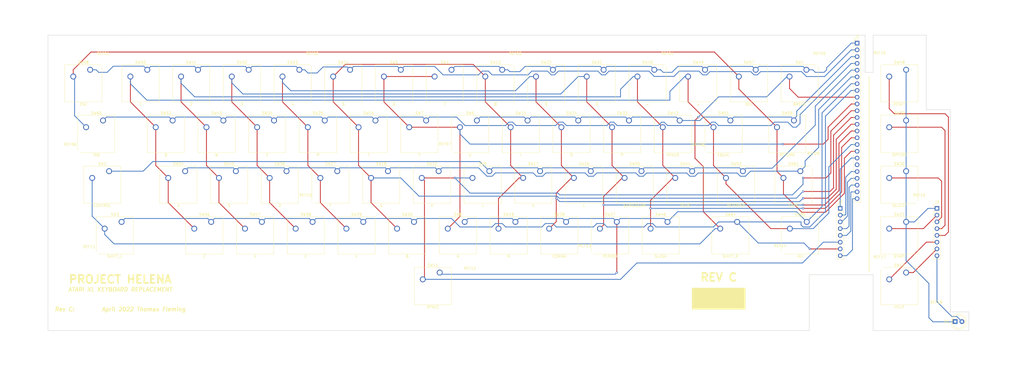
<source format=kicad_pcb>
(kicad_pcb (version 20211014) (generator pcbnew)
  (title_block (title "Project Helena: Atari XL Keyboard Replacement") (rev "C") (comment 1 "Rev C designed around an Atari 600XL"))
  (layers (0 "F.Cu" signal) (31 "B.Cu" signal) (34 "B.Paste" user) (35 "F.Paste" user) (36 "B.SilkS" user "B.Silkscreen") (37 "F.SilkS" user "F.Silkscreen") (38 "B.Mask" user) (39 "F.Mask" user) (44 "Edge.Cuts" user))
  (net 0 "")
  (net 1 "GND")
  (net 2 "LED")
  (net 3 "P1")
  (net 4 "P2")
  (net 5 "P3")
  (net 6 "P4")
  (net 7 "P5")
  (net 8 "P6")
  (net 9 "P7")
  (net 10 "P8")
  (net 11 "BCS")
  (net 12 "P10")
  (net 13 "P11")
  (net 14 "P12")
  (net 15 "P13")
  (net 16 "P14")
  (net 17 "P15")
  (net 18 "P16")
  (net 19 "P17")
  (net 20 "START")
  (net 21 "SELECT")
  (net 22 "OPTION")
  (net 23 "RESET")
  (net 24 "WIRE_GND")
  (net 25 "WIRE_LED")
  (net 26 "WIRE_START")
  (net 27 "WIRE_SELECT")
  (net 28 "WIRE_OPTION")
  (net 29 "WIRE_RESET")
  (net 30 "WIRE_P11")
  (net 31 "WIRE_P8")
  (footprint "Button_Switch_Keyboard:SW_Cherry_MX_1.00u_PCB" (layer "F.Cu") (at 314.96 80.01)
    (fp_text reference "SW1")
    (fp_text value "BREAK")
  )
  (footprint "Button_Switch_Keyboard:SW_Cherry_MX_2.00u_PCB" (layer "F.Cu") (at 52.959 118.11)
    (fp_text reference "SW2")
    (fp_text value "CONTROL")
  )
  (footprint "Button_Switch_Keyboard:SW_Cherry_MX_1.00u_PCB" (layer "F.Cu") (at 181.61 80.01)
    (fp_text reference "SW4")
    (fp_text value "7")
  )
  (footprint "Button_Switch_Keyboard:SW_Cherry_MX_1.00u_PCB" (layer "F.Cu") (at 162.56 80.01)
    (fp_text reference "SW5")
    (fp_text value "6")
  )
  (footprint "Button_Switch_Keyboard:SW_Cherry_MX_1.00u_PCB" (layer "F.Cu") (at 191.135 99.06)
    (fp_text reference "SW6")
    (fp_text value "U")
  )
  (footprint "Button_Switch_Keyboard:SW_Cherry_MX_1.00u_PCB" (layer "F.Cu") (at 172.085 99.06)
    (fp_text reference "SW7")
    (fp_text value "Y")
  )
  (footprint "Button_Switch_Keyboard:SW_Cherry_MX_1.00u_PCB" (layer "F.Cu") (at 186.563 137.16)
    (fp_text reference "SW8")
    (fp_text value "N")
  )
  (footprint "Button_Switch_Keyboard:SW_Cherry_MX_1.00u_PCB" (layer "F.Cu") (at 195.834 118.11)
    (fp_text reference "SW9")
    (fp_text value "J")
  )
  (footprint "Button_Switch_Keyboard:SW_Cherry_MX_1.00u_PCB" (layer "F.Cu") (at 176.784 118.11)
    (fp_text reference "SW10")
    (fp_text value "H")
  )
  (footprint "Button_Switch_Keyboard:SW_Cherry_MX_6.25u_PCB" (layer "F.Cu") (at 177.165 156.21)
    (fp_text reference "SW11")
    (fp_text value "SPACE")
  )
  (footprint "Button_Switch_Keyboard:SW_Cherry_MX_1.00u_PCB" (layer "F.Cu") (at 352.425 156.21)
    (fp_text reference "SW12")
    (fp_text value "HELP")
  )
  (footprint "Button_Switch_Keyboard:SW_Cherry_MX_1.00u_PCB" (layer "F.Cu") (at 200.66 80.01)
    (fp_text reference "SW13")
    (fp_text value "8")
  )
  (footprint "Button_Switch_Keyboard:SW_Cherry_MX_1.00u_PCB" (layer "F.Cu") (at 143.51 80.01)
    (fp_text reference "SW14")
    (fp_text value "5")
  )
  (footprint "Button_Switch_Keyboard:SW_Cherry_MX_1.00u_PCB" (layer "F.Cu") (at 210.185 99.06)
    (fp_text reference "SW15")
    (fp_text value "I")
  )
  (footprint "Button_Switch_Keyboard:SW_Cherry_MX_1.00u_PCB" (layer "F.Cu") (at 153.035 99.06)
    (fp_text reference "SW16")
    (fp_text value "T")
  )
  (footprint "Button_Switch_Keyboard:SW_Cherry_MX_1.00u_PCB" (layer "F.Cu") (at 214.884 118.11)
    (fp_text reference "SW17")
    (fp_text value "K")
  )
  (footprint "Button_Switch_Keyboard:SW_Cherry_MX_1.00u_PCB" (layer "F.Cu") (at 157.734 118.11)
    (fp_text reference "SW18")
    (fp_text value "G")
  )
  (footprint "Button_Switch_Keyboard:SW_Cherry_MX_1.00u_PCB" (layer "F.Cu") (at 205.613 137.16)
    (fp_text reference "SW19")
    (fp_text value "M")
  )
  (footprint "Button_Switch_Keyboard:SW_Cherry_MX_1.00u_PCB" (layer "F.Cu") (at 167.513 137.16)
    (fp_text reference "SW20")
    (fp_text value "B")
  )
  (footprint "Button_Switch_Keyboard:SW_Cherry_MX_1.00u_PCB" (layer "F.Cu") (at 352.425 137.16)
    (fp_text reference "SW21")
    (fp_text value "START")
  )
  (footprint "Button_Switch_Keyboard:SW_Cherry_MX_1.00u_PCB" (layer "F.Cu") (at 219.71 80.01)
    (fp_text reference "SW22")
    (fp_text value "9")
  )
  (footprint "Button_Switch_Keyboard:SW_Cherry_MX_1.00u_PCB" (layer "F.Cu") (at 124.46 80.01)
    (fp_text reference "SW23")
    (fp_text value "4")
  )
  (footprint "Button_Switch_Keyboard:SW_Cherry_MX_1.00u_PCB" (layer "F.Cu") (at 229.235 99.06)
    (fp_text reference "SW24")
    (fp_text value "O")
  )
  (footprint "Button_Switch_Keyboard:SW_Cherry_MX_1.00u_PCB" (layer "F.Cu") (at 133.985 99.06)
    (fp_text reference "SW25")
    (fp_text value "R")
  )
  (footprint "Button_Switch_Keyboard:SW_Cherry_MX_1.00u_PCB" (layer "F.Cu") (at 233.934 118.11)
    (fp_text reference "SW26")
    (fp_text value "L")
  )
  (footprint "Button_Switch_Keyboard:SW_Cherry_MX_1.00u_PCB" (layer "F.Cu") (at 138.684 118.11)
    (fp_text reference "SW27")
    (fp_text value "F")
  )
  (footprint "Button_Switch_Keyboard:SW_Cherry_MX_1.00u_PCB" (layer "F.Cu") (at 224.663 137.16)
    (fp_text reference "SW28")
    (fp_text value "COMMA")
  )
  (footprint "Button_Switch_Keyboard:SW_Cherry_MX_1.00u_PCB" (layer "F.Cu") (at 148.463 137.16)
    (fp_text reference "SW29")
    (fp_text value "V")
  )
  (footprint "Button_Switch_Keyboard:SW_Cherry_MX_1.00u_PCB" (layer "F.Cu") (at 352.425 118.11)
    (fp_text reference "SW30")
    (fp_text value "SELECT")
  )
  (footprint "Button_Switch_Keyboard:SW_Cherry_MX_1.00u_PCB" (layer "F.Cu") (at 238.76 80.01)
    (fp_text reference "SW31")
    (fp_text value "0")
  )
  (footprint "Button_Switch_Keyboard:SW_Cherry_MX_1.00u_PCB" (layer "F.Cu") (at 105.41 80.01)
    (fp_text reference "SW32")
    (fp_text value "3")
  )
  (footprint "Button_Switch_Keyboard:SW_Cherry_MX_1.00u_PCB" (layer "F.Cu") (at 248.285 99.06)
    (fp_text reference "SW33")
    (fp_text value "P")
  )
  (footprint "Button_Switch_Keyboard:SW_Cherry_MX_1.00u_PCB" (layer "F.Cu") (at 114.935 99.06)
    (fp_text reference "SW34")
    (fp_text value "E")
  )
  (footprint "Button_Switch_Keyboard:SW_Cherry_MX_1.00u_PCB" (layer "F.Cu") (at 252.984 118.11)
    (fp_text reference "SW35")
    (fp_text value "SEMICOLON")
  )
  (footprint "Button_Switch_Keyboard:SW_Cherry_MX_1.00u_PCB" (layer "F.Cu") (at 119.634 118.11)
    (fp_text reference "SW36")
    (fp_text value "D")
  )
  (footprint "Button_Switch_Keyboard:SW_Cherry_MX_1.00u_PCB" (layer "F.Cu") (at 243.713 137.16)
    (fp_text reference "SW37")
    (fp_text value "PERIOD")
  )
  (footprint "Button_Switch_Keyboard:SW_Cherry_MX_1.00u_PCB" (layer "F.Cu") (at 129.413 137.16)
    (fp_text reference "SW38")
    (fp_text value "C")
  )
  (footprint "Button_Switch_Keyboard:SW_Cherry_MX_1.00u_PCB" (layer "F.Cu") (at 352.425 99.06)
    (fp_text reference "SW39")
    (fp_text value "OPTION")
  )
  (footprint "Button_Switch_Keyboard:SW_Cherry_MX_1.00u_PCB" (layer "F.Cu") (at 257.81 80.01)
    (fp_text reference "SW40")
    (fp_text value "<")
  )
  (footprint "Button_Switch_Keyboard:SW_Cherry_MX_1.00u_PCB" (layer "F.Cu") (at 86.36 80.01)
    (fp_text reference "SW41")
    (fp_text value "2")
  )
  (footprint "Button_Switch_Keyboard:SW_Cherry_MX_1.00u_PCB" (layer "F.Cu") (at 267.335 99.06)
    (fp_text reference "SW42")
    (fp_text value "MINUS")
  )
  (footprint "Button_Switch_Keyboard:SW_Cherry_MX_1.00u_PCB" (layer "F.Cu") (at 95.885 99.06)
    (fp_text reference "SW43")
    (fp_text value "W")
  )
  (footprint "Button_Switch_Keyboard:SW_Cherry_MX_1.00u_PCB" (layer "F.Cu") (at 272.034 118.11)
    (fp_text reference "SW44")
    (fp_text value "PLUS")
  )
  (footprint "Button_Switch_Keyboard:SW_Cherry_MX_1.00u_PCB" (layer "F.Cu") (at 100.584 118.11)
    (fp_text reference "SW45")
    (fp_text value "S")
  )
  (footprint "Button_Switch_Keyboard:SW_Cherry_MX_1.00u_PCB" (layer "F.Cu") (at 262.763 137.16)
    (fp_text reference "SW46")
    (fp_text value "SLASH")
  )
  (footprint "Button_Switch_Keyboard:SW_Cherry_MX_1.00u_PCB" (layer "F.Cu") (at 110.363 137.16)
    (fp_text reference "SW47")
    (fp_text value "X")
  )
  (footprint "Button_Switch_Keyboard:SW_Cherry_MX_1.00u_PCB" (layer "F.Cu") (at 276.86 80.01)
    (fp_text reference "SW49")
    (fp_text value ">")
  )
  (footprint "Button_Switch_Keyboard:SW_Cherry_MX_1.00u_PCB" (layer "F.Cu") (at 67.31 80.01)
    (fp_text reference "SW50")
    (fp_text value "1")
  )
  (footprint "Button_Switch_Keyboard:SW_Cherry_MX_1.00u_PCB" (layer "F.Cu") (at 286.385 99.06)
    (fp_text reference "SW51")
    (fp_text value "EQUAL")
  )
  (footprint "Button_Switch_Keyboard:SW_Cherry_MX_1.00u_PCB" (layer "F.Cu") (at 76.835 99.06)
    (fp_text reference "SW52")
    (fp_text value "Q")
  )
  (footprint "Button_Switch_Keyboard:SW_Cherry_MX_1.00u_PCB" (layer "F.Cu") (at 291.084 118.11)
    (fp_text reference "SW53")
    (fp_text value "ASTERISK")
  )
  (footprint "Button_Switch_Keyboard:SW_Cherry_MX_1.00u_PCB" (layer "F.Cu") (at 81.534 118.11)
    (fp_text reference "SW54")
    (fp_text value "A")
  )
  (footprint "Button_Switch_Keyboard:SW_Cherry_MX_1.00u_PCB" (layer "F.Cu") (at 315.087 137.16)
    (fp_text reference "SW55")
    (fp_text value "INV")
  )
  (footprint "Button_Switch_Keyboard:SW_Cherry_MX_1.00u_PCB" (layer "F.Cu") (at 91.313 137.16)
    (fp_text reference "SW56")
    (fp_text value "Z")
  )
  (footprint "Button_Switch_Keyboard:SW_Cherry_MX_1.00u_PCB" (layer "F.Cu") (at 295.91 80.01)
    (fp_text reference "SW57")
    (fp_text value "DEL")
  )
  (footprint "Button_Switch_Keyboard:SW_Cherry_MX_1.25u_PCB" (layer "F.Cu") (at 45.847 80.01)
    (fp_text reference "SW58")
    (fp_text value "ESC")
  )
  (footprint "Button_Switch_Keyboard:SW_Cherry_MX_1.50u_PCB" (layer "F.Cu") (at 310.261 99.06)
    (fp_text reference "SW59")
    (fp_text value "RETURN")
  )
  (footprint "Button_Switch_Keyboard:SW_Cherry_MX_1.75u_PCB" (layer "F.Cu") (at 50.673 99.06)
    (fp_text reference "SW60")
    (fp_text value "TAB")
  )
  (footprint "Button_Switch_Keyboard:SW_Cherry_MX_1.25u_PCB" (layer "F.Cu") (at 312.674 118.11)
    (fp_text reference "SW61")
    (fp_text value "CAPS")
  )
  (footprint "Button_Switch_Keyboard:SW_Cherry_MX_1.75u_PCB" (layer "F.Cu") (at 288.925 137.16)
    (fp_text reference "SW64")
    (fp_text value "SHIFT_R")
  )
  (footprint "Button_Switch_Keyboard:SW_Cherry_MX_1.50u_PCB" (layer "F.Cu") (at 57.658 137.16)
    (fp_text reference "SW3")
    (fp_text value "SHIFT_L")
  )
  (footprint "Connector_PinHeader_2.54mm:PinHeader_1x08_P2.54mm_Vertical" (layer "F.Cu") (at 327.66 132.08)
    (fp_text reference "J2")
    (fp_text value "Conn_01x08")
  )
  (footprint "Connector_PinHeader_2.54mm:PinHeader_1x08_P2.54mm_Vertical" (layer "F.Cu") (at 364 132.08)
    (fp_text reference "J3")
    (fp_text value "Conn_01x08")
  )
  (footprint "Button_Switch_Keyboard:SW_Cherry_MX_1.00u_PCB" (layer "F.Cu") (at 352.425 80.01)
    (fp_text reference "SW48")
    (fp_text value "RESET")
  )
  (footprint "LED_THT:LED_D5.0mm" (layer "F.Cu") (at 370.84 174.625)
    (fp_text reference "D1")
    (fp_text value "LED")
  )
  (footprint "Connector_PinHeader_2.54mm:PinHeader_1x24_P2.54mm_Vertical" (layer "F.Cu") (at 334 70)
    (fp_text reference "J1")
    (fp_text value "Conn_01x24")
  )
  (footprint "MountingHole:MountingHole_2.5mm" (layer "F.Cu") (at 183.3 153.365)
    (fp_text reference "REF12")
    (fp_text value "MountingHole_2.5mm")
  )
  (footprint "MountingHole:MountingHole_2.5mm" (layer "F.Cu") (at 128.719 130.615)
    (fp_text reference "REF10")
    (fp_text value "MountingHole_2.5mm")
  )
  (footprint "MountingHole:MountingHole_2.5mm" (layer "F.Cu") (at 47.693 149.665)
    (fp_text reference "REF11")
    (fp_text value "MountingHole_2.5mm")
  )
  (footprint "MountingHole:MountingHole_2.5mm" (layer "F.Cu") (at 317.559 115.515)
    (fp_text reference "REF09")
    (fp_text value "MountingHole_2.5mm")
  )
  (footprint "MountingHole:MountingHole_2.5mm" (layer "F.Cu") (at 363.71 170.865)
    (fp_text reference "REF18")
    (fp_text value "MountingHole_2.5mm")
  )
  (footprint "MountingHole:MountingHole_2.5mm" (layer "F.Cu") (at 305.122 149.665)
    (fp_text reference "REF14")
    (fp_text value "MountingHole_2.5mm")
  )
  (footprint "MountingHole:MountingHole_2.5mm" (layer "F.Cu") (at 181.17 111.565)
    (fp_text reference "REF07")
    (fp_text value "MountingHole_2.5mm")
  )
  (footprint "MountingHole:MountingHole_2.5mm" (layer "F.Cu") (at 50.732 77.415)
    (fp_text reference "REF01")
    (fp_text value "MountingHole_2.5mm")
  )
  (footprint "MountingHole:MountingHole_2.5mm" (layer "F.Cu") (at 233.748 149.665)
    (fp_text reference "REF13")
    (fp_text value "MountingHole_2.5mm")
  )
  (footprint "MountingHole:MountingHole_2.5mm" (layer "F.Cu") (at 319.845 77.415)
    (fp_text reference "REF05")
    (fp_text value "MountingHole_2.5mm")
  )
  (footprint "MountingHole:MountingHole_2.5mm" (layer "F.Cu") (at 205.545 77.415)
    (fp_text reference "REF03")
    (fp_text value "MountingHole_2.5mm")
  )
  (footprint "MountingHole:MountingHole_2.5mm" (layer "F.Cu") (at 276.42 111.565)
    (fp_text reference "REF08")
    (fp_text value "MountingHole_2.5mm")
  )
  (footprint "MountingHole:MountingHole_2.5mm" (layer "F.Cu") (at 129.345 77.415)
    (fp_text reference "REF02")
    (fp_text value "MountingHole_2.5mm")
  )
  (footprint "MountingHole:MountingHole_2.5mm" (layer "F.Cu") (at 262.695 77.415)
    (fp_text reference "REF04")
    (fp_text value "MountingHole_2.5mm")
  )
  (footprint "MountingHole:MountingHole_2.5mm" (layer "F.Cu") (at 342.46 77.165)
    (fp_text reference "REF15")
    (fp_text value "MountingHole_2.5mm")
  )
  (footprint "MountingHole:MountingHole_2.5mm" (layer "F.Cu") (at 342.46 153.865)
    (fp_text reference "REF17")
    (fp_text value "MountingHole_2.5mm")
  )
  (footprint "MountingHole:MountingHole_2.5mm" (layer "F.Cu") (at 40.708 111.565)
    (fp_text reference "REF06")
    (fp_text value "MountingHole_2.5mm")
  )
  (footprint "MountingHole:MountingHole_2.5mm" (layer "F.Cu") (at 357.31 130.615)
    (fp_text reference "REF16")
    (fp_text value "MountingHole_2.5mm")
  )
  (gr_poly (pts (xy 272 162) (xy 292 162) (xy 292 170) (xy 272 170)) (layer "F.SilkS") (width 0.15) (fill solid))
  (gr_line (start 338.5 82.5) (end 338.5 156) (layer "F.SilkS") (width 0.2))
  (gr_line (start 340 157) (end 340 178) (layer "Edge.Cuts") (width 0.15))
  (gr_line (start 30 67) (end 58 67) (layer "Edge.Cuts") (width 0.15))
  (gr_line (start 360 95) (end 369 95) (layer "Edge.Cuts") (width 0.15))
  (gr_line (start 340 81) (end 340 67) (layer "Edge.Cuts") (width 0.15))
  (gr_line (start 316 168) (end 316 157) (layer "Edge.Cuts") (width 0.15))
  (gr_line (start 376 178) (end 359 178) (layer "Edge.Cuts") (width 0.15))
  (gr_line (start 316 157) (end 337 157) (layer "Edge.Cuts") (width 0.15))
  (gr_line (start 316 170) (end 316 168) (layer "Edge.Cuts") (width 0.15))
  (gr_line (start 337 67) (end 337 81) (layer "Edge.Cuts") (width 0.15))
  (gr_line (start 340 67) (end 360 67) (layer "Edge.Cuts") (width 0.15))
  (gr_line (start 376 171) (end 376 178) (layer "Edge.Cuts") (width 0.15))
  (gr_line (start 30 178) (end 316 178) (layer "Edge.Cuts") (width 0.15))
  (gr_line (start 340 178) (end 359 178) (layer "Edge.Cuts") (width 0.15))
  (gr_line (start 316 178) (end 316 170) (layer "Edge.Cuts") (width 0.15))
  (gr_line (start 30 67) (end 30 178) (layer "Edge.Cuts") (width 0.15))
  (gr_line (start 360 67) (end 360 95) (layer "Edge.Cuts") (width 0.15))
  (gr_line (start 337 157) (end 340 157) (layer "Edge.Cuts") (width 0.15))
  (gr_line (start 369 95) (end 369 171) (layer "Edge.Cuts") (width 0.15))
  (gr_line (start 58 67) (end 337 67) (layer "Edge.Cuts") (width 0.15))
  (gr_line (start 369 171) (end 376 171) (layer "Edge.Cuts") (width 0.15))
  (gr_line (start 337 81) (end 340 81) (layer "Edge.Cuts") (width 0.15))
  (gr_text "REV C" (at 282 158) (layer "F.SilkS") (effects (font (size 3 3) (thickness 0.6))))
  (gr_text "PROJECT HELENA" (at 57.15 158.75) (layer "F.SilkS") (effects (font (size 3 3) (thickness 0.6))))
  (gr_text "ATARI XL KEYBOARD REPLACEMENT" (at 57.15 162.56) (layer "F.SilkS") (effects (font (size 1.5 1.5) (thickness 0.3) italic)))
  (gr_text "Rev C: 		April 2022 Thomas Fleming" (at 57.15 170) (layer "F.SilkS") (effects (font (size 1.5 1.5) (thickness 0.3) italic)))
  (segment (start 327.66 117.32) (end 327.66 132.08) (width 0.3048) (layer "B.Cu") (net 1))
  (segment (start 331.8 113.18) (end 327.66 117.32) (width 0.3048) (layer "B.Cu") (net 1))
  (segment (start 334 113.18) (end 331.8 113.18) (width 0.3048) (layer "B.Cu") (net 1))
  (segment (start 332.435 128.42) (end 332.26 128.595) (width 0.3048) (layer "B.Cu") (net 2))
  (segment (start 327.66 149.86) (end 330.045 149.86) (width 0.3048) (layer "B.Cu") (net 2))
  (segment (start 330.045 149.86) (end 330.355 149.55) (width 0.3048) (layer "B.Cu") (net 2))
  (segment (start 334 128.42) (end 332.435 128.42) (width 0.3048) (layer "B.Cu") (net 2))
  (segment (start 332.26 128.595) (end 332.26 145.105) (width 0.3048) (layer "B.Cu") (net 2))
  (segment (start 330.355 149.55) (end 332.26 147.645) (width 0.3048) (layer "B.Cu") (net 2))
  (segment (start 332.26 147.645) (end 332.26 145.105) (width 0.3048) (layer "B.Cu") (net 2))
  (segment (start 238.76 80.01) (end 237.49 78.74) (width 0.3048) (layer "B.Cu") (net 3))
  (segment (start 317.33 80.01) (end 318.29 80.97) (width 0.3048) (layer "B.Cu") (net 3))
  (segment (start 207.292 80.716) (end 203.482 80.716) (width 0.3048) (layer "B.Cu") (net 3))
  (segment (start 218.44 78.74) (end 219.71 80.01) (width 0.3048) (layer "B.Cu") (net 3))
  (segment (start 313.69 78.74) (end 297.18 78.74) (width 0.3048) (layer "B.Cu") (net 3))
  (segment (start 257.81 80.01) (end 260.068 80.01) (width 0.3048) (layer "B.Cu") (net 3))
  (segment (start 314.96 80.01) (end 313.69 78.74) (width 0.3048) (layer "B.Cu") (net 3))
  (segment (start 218.44 78.74) (end 209.268 78.74) (width 0.3048) (layer "B.Cu") (net 3))
  (segment (start 260.124 79.954) (end 261.14 80.97) (width 0.3048) (layer "B.Cu") (net 3))
  (segment (start 261.14 80.97) (end 264.442 80.97) (width 0.3048) (layer "B.Cu") (net 3))
  (segment (start 240.03 78.74) (end 238.76 80.01) (width 0.3048) (layer "B.Cu") (net 3))
  (segment (start 220.98 78.74) (end 219.71 80.01) (width 0.3048) (layer "B.Cu") (net 3))
  (segment (start 318.29 80.97) (end 321.592 80.97) (width 0.3048) (layer "B.Cu") (net 3))
  (segment (start 257.81 80.01) (end 256.54 78.74) (width 0.3048) (layer "B.Cu") (net 3))
  (segment (start 260.068 80.01) (end 260.124 79.954) (width 0.3048) (layer "B.Cu") (net 3))
  (segment (start 203.482 80.716) (end 202.776 80.01) (width 0.3048) (layer "B.Cu") (net 3))
  (segment (start 331.8 70) (end 334 70) (width 0.3048) (layer "B.Cu") (net 3))
  (segment (start 209.268 78.74) (end 207.292 80.716) (width 0.3048) (layer "B.Cu") (net 3))
  (segment (start 294.64 78.74) (end 278.13 78.74) (width 0.3048) (layer "B.Cu") (net 3))
  (segment (start 275.59 78.74) (end 276.86 80.01) (width 0.3048) (layer "B.Cu") (net 3))
  (segment (start 322.562 79.238) (end 331.8 70) (width 0.3048) (layer "B.Cu") (net 3))
  (segment (start 321.592 80.97) (end 322.562 80) (width 0.3048) (layer "B.Cu") (net 3))
  (segment (start 237.49 78.74) (end 220.98 78.74) (width 0.3048) (layer "B.Cu") (net 3))
  (segment (start 266.672 78.74) (end 275.59 78.74) (width 0.3048) (layer "B.Cu") (net 3))
  (segment (start 278.13 78.74) (end 276.86 80.01) (width 0.3048) (layer "B.Cu") (net 3))
  (segment (start 202.776 80.01) (end 200.66 80.01) (width 0.3048) (layer "B.Cu") (net 3))
  (segment (start 322.562 80) (end 322.562 79.238) (width 0.3048) (layer "B.Cu") (net 3))
  (segment (start 295.91 80.01) (end 294.64 78.74) (width 0.3048) (layer "B.Cu") (net 3))
  (segment (start 182.88 78.74) (end 181.61 80.01) (width 0.3048) (layer "B.Cu") (net 3))
  (segment (start 256.54 78.74) (end 240.03 78.74) (width 0.3048) (layer "B.Cu") (net 3))
  (segment (start 199.39 78.74) (end 182.88 78.74) (width 0.3048) (layer "B.Cu") (net 3))
  (segment (start 297.18 78.74) (end 295.91 80.01) (width 0.3048) (layer "B.Cu") (net 3))
  (segment (start 200.66 80.01) (end 199.39 78.74) (width 0.3048) (layer "B.Cu") (net 3))
  (segment (start 264.442 80.97) (end 266.672 78.74) (width 0.3048) (layer "B.Cu") (net 3))
  (segment (start 314.96 80.01) (end 317.33 80.01) (width 0.3048) (layer "B.Cu") (net 3))
  (segment (start 124.46 80.01) (end 126.464 80.01) (width 0.3048) (layer "B.Cu") (net 4))
  (segment (start 45.847 80.01) (end 48.09 80.01) (width 0.3048) (layer "B.Cu") (net 4))
  (segment (start 54.511 78.684) (end 65.984 78.684) (width 0.3048) (layer "B.Cu") (net 4))
  (segment (start 49.05 80.97) (end 52.225 80.97) (width 0.3048) (layer "B.Cu") (net 4))
  (segment (start 193.16699 80.51801) (end 195.45301 80.51801) (width 0.3048) (layer "B.Cu") (net 4))
  (segment (start 104.14 78.74) (end 87.63 78.74) (width 0.3048) (layer "B.Cu") (net 4))
  (segment (start 211.774845 80.51801) (end 217.67801 80.51801) (width 0.3048) (layer "B.Cu") (net 4))
  (segment (start 123.19 78.74) (end 106.68 78.74) (width 0.3048) (layer "B.Cu") (net 4))
  (segment (start 276.003927 81.915) (end 277.495 81.915) (width 0.3048) (layer "B.Cu") (net 4))
  (segment (start 278.701311 80.708689) (end 294.068689 80.708689) (width 0.3048) (layer "B.Cu") (net 4))
  (segment (start 144.78 78.74) (end 143.51 80.01) (width 0.3048) (layer "B.Cu") (net 4))
  (segment (start 178.435 81.915) (end 191.77 81.915) (width 0.3048) (layer "B.Cu") (net 4))
  (segment (start 142.522 78.938) (end 143.51 79.926) (width 0.3048) (layer "B.Cu") (net 4))
  (segment (start 217.67801 80.51801) (end 219.075 81.915) (width 0.3048) (layer "B.Cu") (net 4))
  (segment (start 161.29 78.74) (end 144.78 78.74) (width 0.3048) (layer "B.Cu") (net 4))
  (segment (start 238.014463 81.915) (end 239.395 81.915) (width 0.3048) (layer "B.Cu") (net 4))
  (segment (start 296.545 81.915) (end 297.751311 80.708689) (width 0.3048) (layer "B.Cu") (net 4))
  (segment (start 240.79199 80.51801) (end 255.77801 80.51801) (width 0.3048) (layer "B.Cu") (net 4))
  (segment (start 321.79 82.55) (end 331.8 72.54) (width 0.3048) (layer "B.Cu") (net 4))
  (segment (start 106.68 78.74) (end 105.41 80.01) (width 0.3048) (layer "B.Cu") (net 4))
  (segment (start 239.395 81.915) (end 240.79199 80.51801) (width 0.3048) (layer "B.Cu") (net 4))
  (segment (start 105.41 80.01) (end 104.14 78.74) (width 0.3048) (layer "B.Cu") (net 4))
  (segment (start 210.377855 81.915) (end 211.774845 80.51801) (width 0.3048) (layer "B.Cu") (net 4))
  (segment (start 68.58 78.74) (end 67.31 80.01) (width 0.3048) (layer "B.Cu") (net 4))
  (segment (start 175.26 78.74) (end 178.435 81.915) (width 0.3048) (layer "B.Cu") (net 4))
  (segment (start 294.068689 80.708689) (end 295.275 81.915) (width 0.3048) (layer "B.Cu") (net 4))
  (segment (start 257.754 82.494) (end 265.204 82.494) (width 0.3048) (layer "B.Cu") (net 4))
  (segment (start 267.17999 80.51801) (end 274.606937 80.51801) (width 0.3048) (layer "B.Cu") (net 4))
  (segment (start 236.617473 80.51801) (end 238.014463 81.915) (width 0.3048) (layer "B.Cu") (net 4))
  (segment (start 52.225 80.97) (end 54.511 78.684) (width 0.3048) (layer "B.Cu") (net 4))
  (segment (start 220.345 81.915) (end 221.74199 80.51801) (width 0.3048) (layer "B.Cu") (net 4))
  (segment (start 255.77801 80.51801) (end 257.754 82.494) (width 0.3048) (layer "B.Cu") (net 4))
  (segment (start 274.606937 80.51801) (end 276.003927 81.915) (width 0.3048) (layer "B.Cu") (net 4))
  (segment (start 162.56 80.01) (end 161.29 78.74) (width 0.3048) (layer "B.Cu") (net 4))
  (segment (start 86.36 80.01) (end 85.09 78.74) (width 0.3048) (layer "B.Cu") (net 4))
  (segment (start 331.8 72.54) (end 334 72.54) (width 0.3048) (layer "B.Cu") (net 4))
  (segment (start 133.378 78.938) (end 142.522 78.938) (width 0.3048) (layer "B.Cu") (net 4))
  (segment (start 163.83 78.74) (end 175.26 78.74) (width 0.3048) (layer "B.Cu") (net 4))
  (segment (start 295.275 81.915) (end 296.545 81.915) (width 0.3048) (layer "B.Cu") (net 4))
  (segment (start 314.96 82.55) (end 321.79 82.55) (width 0.3048) (layer "B.Cu") (net 4))
  (segment (start 191.77 81.915) (end 193.16699 80.51801) (width 0.3048) (layer "B.Cu") (net 4))
  (segment (start 65.984 78.684) (end 67.31 80.01) (width 0.3048) (layer "B.Cu") (net 4))
  (segment (start 48.09 80.01) (end 49.05 80.97) (width 0.3048) (layer "B.Cu") (net 4))
  (segment (start 221.74199 80.51801) (end 236.617473 80.51801) (width 0.3048) (layer "B.Cu") (net 4))
  (segment (start 124.46 80.01) (end 123.19 78.74) (width 0.3048) (layer "B.Cu") (net 4))
  (segment (start 127.678 81.224) (end 131.092 81.224) (width 0.3048) (layer "B.Cu") (net 4))
  (segment (start 219.075 81.915) (end 220.345 81.915) (width 0.3048) (layer "B.Cu") (net 4))
  (segment (start 131.092 81.224) (end 133.378 78.938) (width 0.3048) (layer "B.Cu") (net 4))
  (segment (start 196.85 81.915) (end 210.377855 81.915) (width 0.3048) (layer "B.Cu") (net 4))
  (segment (start 313.118689 80.708689) (end 314.96 82.55) (width 0.3048) (layer "B.Cu") (net 4))
  (segment (start 297.751311 80.708689) (end 313.118689 80.708689) (width 0.3048) (layer "B.Cu") (net 4))
  (segment (start 87.63 78.74) (end 86.36 80.01) (width 0.3048) (layer "B.Cu") (net 4))
  (segment (start 126.464 80.01) (end 127.678 81.224) (width 0.3048) (layer "B.Cu") (net 4))
  (segment (start 265.204 82.494) (end 267.17999 80.51801) (width 0.3048) (layer "B.Cu") (net 4))
  (segment (start 162.56 80.01) (end 163.83 78.74) (width 0.3048) (layer "B.Cu") (net 4))
  (segment (start 195.45301 80.51801) (end 196.85 81.915) (width 0.3048) (layer "B.Cu") (net 4))
  (segment (start 277.495 81.915) (end 278.701311 80.708689) (width 0.3048) (layer "B.Cu") (net 4))
  (segment (start 85.09 78.74) (end 68.58 78.74) (width 0.3048) (layer "B.Cu") (net 4))
  (segment (start 286.385 99.06) (end 287.655 97.79) (width 0.3048) (layer "B.Cu") (net 5))
  (segment (start 285.115 97.79) (end 276.225 97.79) (width 0.3048) (layer "B.Cu") (net 5))
  (segment (start 310.261 99.06) (end 310.261 98.524) (width 0.3048) (layer "B.Cu") (net 5))
  (segment (start 310.261 98.524) (end 311.305 97.48) (width 0.3048) (layer "B.Cu") (net 5))
  (segment (start 310.261 98.806) (end 310.261 99.06) (width 0.3048) (layer "B.Cu") (net 5))
  (segment (start 276.225 97.79) (end 274.955 99.06) (width 0.3048) (layer "B.Cu") (net 5))
  (segment (start 311.305 95.575) (end 331.8 75.08) (width 0.3048) (layer "B.Cu") (net 5))
  (segment (start 247.015 97.79) (end 230.505 97.79) (width 0.3048) (layer "B.Cu") (net 5))
  (segment (start 227.965 97.79) (end 211.455 97.79) (width 0.3048) (layer "B.Cu") (net 5))
  (segment (start 208.915 97.79) (end 192.405 97.79) (width 0.3048) (layer "B.Cu") (net 5))
  (segment (start 210.185 99.06) (end 208.915 97.79) (width 0.3048) (layer "B.Cu") (net 5))
  (segment (start 266.065 97.79) (end 249.555 97.79) (width 0.3048) (layer "B.Cu") (net 5))
  (segment (start 230.505 97.79) (end 229.235 99.06) (width 0.3048) (layer "B.Cu") (net 5))
  (segment (start 229.235 99.06) (end 227.965 97.79) (width 0.3048) (layer "B.Cu") (net 5))
  (segment (start 267.335 99.06) (end 266.065 97.79) (width 0.3048) (layer "B.Cu") (net 5))
  (segment (start 273.685 99.06) (end 267.335 99.06) (width 0.3048) (layer "B.Cu") (net 5))
  (segment (start 192.405 97.79) (end 191.135 99.06) (width 0.3048) (layer "B.Cu") (net 5))
  (segment (start 211.455 97.79) (end 210.185 99.06) (width 0.3048) (layer "B.Cu") (net 5))
  (segment (start 286.385 99.06) (end 285.115 97.79) (width 0.3048) (layer "B.Cu") (net 5))
  (segment (start 331.8 75.08) (end 334 75.08) (width 0.3048) (layer "B.Cu") (net 5))
  (segment (start 309.245 97.79) (end 310.261 98.806) (width 0.3048) (layer "B.Cu") (net 5))
  (segment (start 311.305 97.48) (end 311.305 95.575) (width 0.3048) (layer "B.Cu") (net 5))
  (segment (start 249.555 97.79) (end 248.285 99.06) (width 0.3048) (layer "B.Cu") (net 5))
  (segment (start 287.655 97.79) (end 309.245 97.79) (width 0.3048) (layer "B.Cu") (net 5))
  (segment (start 274.955 99.06) (end 273.685 99.06) (width 0.3048) (layer "B.Cu") (net 5))
  (segment (start 248.285 99.06) (end 247.015 97.79) (width 0.3048) (layer "B.Cu") (net 5))
  (segment (start 153.035 99.06) (end 154.305 97.79) (width 0.3048) (layer "B.Cu") (net 6))
  (segment (start 331.8 77.62) (end 312.575 96.845) (width 0.3048) (layer "B.Cu") (net 6))
  (segment (start 221.993456 99.695) (end 220.723456 100.965) (width 0.3048) (layer "B.Cu") (net 6))
  (segment (start 94.615 97.79) (end 95.885 99.06) (width 0.3048) (layer "B.Cu") (net 6))
  (segment (start 309.88 101.6) (end 307.975 99.695) (width 0.3048) (layer "B.Cu") (net 6))
  (segment (start 280.67 99.695) (end 279.4 99.695) (width 0.3048) (layer "B.Cu") (net 6))
  (segment (start 262.765355 100.965) (end 261.495355 99.695) (width 0.3048) (layer "B.Cu") (net 6))
  (segment (start 205.836428 100.965) (end 204.566428 99.695) (width 0.3048) (layer "B.Cu") (net 6))
  (segment (start 186.69 100.965) (end 183.515 97.79) (width 0.3048) (layer "B.Cu") (net 6))
  (segment (start 243.84 100.965) (end 242.57 99.695) (width 0.3048) (layer "B.Cu") (net 6))
  (segment (start 204.566428 99.695) (end 203.2 99.695) (width 0.3048) (layer "B.Cu") (net 6))
  (segment (start 170.815 97.79) (end 172.085 99.06) (width 0.3048) (layer "B.Cu") (net 6))
  (segment (start 302.895 99.695) (end 301.625 100.965) (width 0.3048) (layer "B.Cu") (net 6))
  (segment (start 51.943 97.79) (end 75.565 97.79) (width 0.3048) (layer "B.Cu") (net 6))
  (segment (start 278.13 100.965) (end 262.765355 100.965) (width 0.3048) (layer "B.Cu") (net 6))
  (segment (start 312.575 96.845) (end 312.575 100.175) (width 0.3048) (layer "B.Cu") (net 6))
  (segment (start 183.515 97.79) (end 173.355 97.79) (width 0.3048) (layer "B.Cu") (net 6))
  (segment (start 154.305 97.79) (end 170.815 97.79) (width 0.3048) (layer "B.Cu") (net 6))
  (segment (start 241.3 99.695) (end 240.03 100.965) (width 0.3048) (layer "B.Cu") (net 6))
  (segment (start 203.2 99.695) (end 201.93 100.965) (width 0.3048) (layer "B.Cu") (net 6))
  (segment (start 307.975 99.695) (end 302.895 99.695) (width 0.3048) (layer "B.Cu") (net 6))
  (segment (start 240.03 100.965) (end 224.79 100.965) (width 0.3048) (layer "B.Cu") (net 6))
  (segment (start 173.355 97.79) (end 172.085 99.06) (width 0.3048) (layer "B.Cu") (net 6))
  (segment (start 261.495355 99.695) (end 260.542855 99.695) (width 0.3048) (layer "B.Cu") (net 6))
  (segment (start 259.272855 100.965) (end 243.84 100.965) (width 0.3048) (layer "B.Cu") (net 6))
  (segment (start 312.575 100.175) (end 311.15 101.6) (width 0.3048) (layer "B.Cu") (net 6))
  (segment (start 260.542855 99.695) (end 259.272855 100.965) (width 0.3048) (layer "B.Cu") (net 6))
  (segment (start 132.715 97.79) (end 133.985 99.06) (width 0.3048) (layer "B.Cu") (net 6))
  (segment (start 334 77.62) (end 331.8 77.62) (width 0.3048) (layer "B.Cu") (net 6))
  (segment (start 97.155 97.79) (end 113.665 97.79) (width 0.3048) (layer "B.Cu") (net 6))
  (segment (start 95.885 99.06) (end 97.155 97.79) (width 0.3048) (layer "B.Cu") (net 6))
  (segment (start 78.105 97.79) (end 94.615 97.79) (width 0.3048) (layer "B.Cu") (net 6))
  (segment (start 50.673 99.06) (end 51.943 97.79) (width 0.3048) (layer "B.Cu") (net 6))
  (segment (start 311.15 101.6) (end 309.88 101.6) (width 0.3048) (layer "B.Cu") (net 6))
  (segment (start 220.723456 100.965) (end 205.836428 100.965) (width 0.3048) (layer "B.Cu") (net 6))
  (segment (start 281.94 100.965) (end 280.67 99.695) (width 0.3048) (layer "B.Cu") (net 6))
  (segment (start 224.79 100.965) (end 223.52 99.695) (width 0.3048) (layer "B.Cu") (net 6))
  (segment (start 242.57 99.695) (end 241.3 99.695) (width 0.3048) (layer "B.Cu") (net 6))
  (segment (start 151.765 97.79) (end 153.035 99.06) (width 0.3048) (layer "B.Cu") (net 6))
  (segment (start 114.935 99.06) (end 116.205 97.79) (width 0.3048) (layer "B.Cu") (net 6))
  (segment (start 133.985 99.06) (end 135.255 97.79) (width 0.3048) (layer "B.Cu") (net 6))
  (segment (start 113.665 97.79) (end 114.935 99.06) (width 0.3048) (layer "B.Cu") (net 6))
  (segment (start 75.565 97.79) (end 76.835 99.06) (width 0.3048) (layer "B.Cu") (net 6))
  (segment (start 201.93 100.965) (end 186.69 100.965) (width 0.3048) (layer "B.Cu") (net 6))
  (segment (start 301.625 100.965) (end 281.94 100.965) (width 0.3048) (layer "B.Cu") (net 6))
  (segment (start 135.255 97.79) (end 151.765 97.79) (width 0.3048) (layer "B.Cu") (net 6))
  (segment (start 223.52 99.695) (end 221.993456 99.695) (width 0.3048) (layer "B.Cu") (net 6))
  (segment (start 279.4 99.695) (end 278.13 100.965) (width 0.3048) (layer "B.Cu") (net 6))
  (segment (start 76.835 99.06) (end 78.105 97.79) (width 0.3048) (layer "B.Cu") (net 6))
  (segment (start 116.205 97.79) (end 132.715 97.79) (width 0.3048) (layer "B.Cu") (net 6))
  (segment (start 233.045 116.84) (end 215.9 116.84) (width 0.3048) (layer "B.Cu") (net 7))
  (segment (start 233.934 118.11) (end 233.934 117.729) (width 0.3048) (layer "B.Cu") (net 7))
  (segment (start 233.934 117.856) (end 233.934 118.11) (width 0.3048) (layer "B.Cu") (net 7))
  (segment (start 291.084 118.11) (end 289.814 116.84) (width 0.3048) (layer "B.Cu") (net 7))
  (segment (start 214.884 117.729) (end 213.995 116.84) (width 0.3048) (layer "B.Cu") (net 7))
  (segment (start 233.934 117.729) (end 233.045 116.84) (width 0.3048) (layer "B.Cu") (net 7))
  (segment (start 272.034 118.11) (end 270.764 116.84) (width 0.3048) (layer "B.Cu") (net 7))
  (segment (start 291.084 118.11) (end 292.183999 117.010001) (width 0.3048) (layer "B.Cu") (net 7))
  (segment (start 252.984 117.729) (end 252.095 116.84) (width 0.3048) (layer "B.Cu") (net 7))
  (segment (start 318.29 100.81) (end 318.29 95.575) (width 0.3048) (layer "B.Cu") (net 7))
  (segment (start 292.183999 117.010001) (end 302.089999 117.010001) (width 0.3048) (layer "B.Cu") (net 7))
  (segment (start 272.034 117.856) (end 272.034 118.11) (width 0.3048) (layer "B.Cu") (net 7))
  (segment (start 65.751079 118.116921) (end 52.965921 118.116921) (width 0.3048) (layer "B.Cu") (net 7))
  (segment (start 273.05 116.84) (end 272.034 117.856) (width 0.3048) (layer "B.Cu") (net 7))
  (segment (start 215.9 116.84) (end 214.884 117.856) (width 0.3048) (layer "B.Cu") (net 7))
  (segment (start 234.95 116.84) (end 233.934 117.856) (width 0.3048) (layer "B.Cu") (net 7))
  (segment (start 318.29 93.67) (end 318.29 95.575) (width 0.3048) (layer "B.Cu") (net 7))
  (segment (start 214.884 118.11) (end 214.884 117.729) (width 0.3048) (layer "B.Cu") (net 7))
  (segment (start 213.995 116.84) (end 197.104 116.84) (width 0.3048) (layer "B.Cu") (net 7))
  (segment (start 270.764 116.84) (end 254 116.84) (width 0.3048) (layer "B.Cu") (net 7))
  (segment (start 214.884 117.856) (end 214.884 118.11) (width 0.3048) (layer "B.Cu") (net 7))
  (segment (start 334 80.16) (end 331.8 80.16) (width 0.3048) (layer "B.Cu") (net 7))
  (segment (start 52.965921 118.116921) (end 52.959 118.11) (width 0.3048) (layer "B.Cu") (net 7))
  (segment (start 252.095 116.84) (end 234.95 116.84) (width 0.3048) (layer "B.Cu") (net 7))
  (segment (start 195.834 118.11) (end 192.222 114.498) (width 0.3048) (layer "B.Cu") (net 7))
  (segment (start 331.8 80.16) (end 318.29 93.67) (width 0.3048) (layer "B.Cu") (net 7))
  (segment (start 252.984 117.856) (end 252.984 118.11) (width 0.3048) (layer "B.Cu") (net 7))
  (segment (start 69.37 114.498) (end 65.751079 118.116921) (width 0.3048) (layer "B.Cu") (net 7))
  (segment (start 289.814 116.84) (end 273.05 116.84) (width 0.3048) (layer "B.Cu") (net 7))
  (segment (start 252.984 118.11) (end 252.984 117.729) (width 0.3048) (layer "B.Cu") (net 7))
  (segment (start 302.089999 117.010001) (end 318.29 100.81) (width 0.3048) (layer "B.Cu") (net 7))
  (segment (start 254 116.84) (end 252.984 117.856) (width 0.3048) (layer "B.Cu") (net 7))
  (segment (start 192.222 114.498) (end 69.37 114.498) (width 0.3048) (layer "B.Cu") (net 7))
  (segment (start 197.104 116.84) (end 195.834 118.11) (width 0.3048) (layer "B.Cu") (net 7))
  (segment (start 178.054 116.84) (end 176.784 118.11) (width 0.3048) (layer "B.Cu") (net 8))
  (segment (start 100.584 117.729) (end 99.695 116.84) (width 0.3048) (layer "B.Cu") (net 8))
  (segment (start 274.256311 118.808689) (end 273.05 120.015) (width 0.3048) (layer "B.Cu") (net 8))
  (segment (start 331.8 82.7) (end 319.56 94.94) (width 0.3048) (layer "B.Cu") (net 8))
  (segment (start 138.684 117.856) (end 138.684 118.11) (width 0.3048) (layer "B.Cu") (net 8))
  (segment (start 119.634 118.11) (end 119.634 117.729) (width 0.3048) (layer "B.Cu") (net 8))
  (segment (start 215.834144 120.015) (end 213.519928 120.015) (width 0.3048) (layer "B.Cu") (net 8))
  (segment (start 273.05 120.015) (end 271.195581 120.015) (width 0.3048) (layer "B.Cu") (net 8))
  (segment (start 81.534 117.856) (end 81.534 118.11) (width 0.3048) (layer "B.Cu") (net 8))
  (segment (start 194.945 120.015) (end 191.77 116.84) (width 0.3048) (layer "B.Cu") (net 8))
  (segment (start 156.845 116.84) (end 139.7 116.84) (width 0.3048) (layer "B.Cu") (net 8))
  (segment (start 217.104144 118.745) (end 215.834144 120.015) (width 0.3048) (layer "B.Cu") (net 8))
  (segment (start 271.195581 120.015) (end 269.98927 118.808689) (width 0.3048) (layer "B.Cu") (net 8))
  (segment (start 312.674 118.11) (end 314.48 116.304) (width 0.3048) (layer "B.Cu") (net 8))
  (segment (start 196.85 120.015) (end 194.945 120.015) (width 0.3048) (layer "B.Cu") (net 8))
  (segment (start 288.925 118.808689) (end 274.256311 118.808689) (width 0.3048) (layer "B.Cu") (net 8))
  (segment (start 100.584 118.11) (end 100.584 117.729) (width 0.3048) (layer "B.Cu") (net 8))
  (segment (start 233.045 120.015) (end 231.775 118.745) (width 0.3048) (layer "B.Cu") (net 8))
  (segment (start 292.034145 120.015) (end 290.131311 120.015) (width 0.3048) (layer "B.Cu") (net 8))
  (segment (start 191.77 116.84) (end 178.054 116.84) (width 0.3048) (layer "B.Cu") (net 8))
  (segment (start 99.695 116.84) (end 82.55 116.84) (width 0.3048) (layer "B.Cu") (net 8))
  (segment (start 253.6825 120.015) (end 252.095 120.015) (width 0.3048) (layer "B.Cu") (net 8))
  (segment (start 198.12 118.745) (end 196.85 120.015) (width 0.3048) (layer "B.Cu") (net 8))
  (segment (start 293.939145 118.11) (end 292.034145 120.015) (width 0.3048) (layer "B.Cu") (net 8))
  (segment (start 212.249928 118.745) (end 198.12 118.745) (width 0.3048) (layer "B.Cu") (net 8))
  (segment (start 252.095 120.015) (end 250.825 118.745) (width 0.3048) (layer "B.Cu") (net 8))
  (segment (start 82.55 116.84) (end 81.534 117.856) (width 0.3048) (layer "B.Cu") (net 8))
  (segment (start 213.519928 120.015) (end 212.249928 118.745) (width 0.3048) (layer "B.Cu") (net 8))
  (segment (start 157.734 117.856) (end 157.734 118.11) (width 0.3048) (layer "B.Cu") (net 8))
  (segment (start 312.674 118.11) (end 293.939145 118.11) (width 0.3048) (layer "B.Cu") (net 8))
  (segment (start 157.734 118.11) (end 157.734 117.729) (width 0.3048) (layer "B.Cu") (net 8))
  (segment (start 269.98927 118.808689) (end 254.888811 118.808689) (width 0.3048) (layer "B.Cu") (net 8))
  (segment (start 314.48 114.244) (end 319.56 109.164) (width 0.3048) (layer "B.Cu") (net 8))
  (segment (start 250.825 118.745) (end 236.22 118.745) (width 0.3048) (layer "B.Cu") (net 8))
  (segment (start 120.65 116.84) (end 119.634 117.856) (width 0.3048) (layer "B.Cu") (net 8))
  (segment (start 319.56 94.94) (end 319.56 96.845) (width 0.3048) (layer "B.Cu") (net 8))
  (segment (start 334 82.7) (end 331.8 82.7) (width 0.3048) (layer "B.Cu") (net 8))
  (segment (start 118.745 116.84) (end 101.6 116.84) (width 0.3048) (layer "B.Cu") (net 8))
  (segment (start 138.684 118.11) (end 138.684 117.729) (width 0.3048) (layer "B.Cu") (net 8))
  (segment (start 231.775 118.745) (end 217.104144 118.745) (width 0.3048) (layer "B.Cu") (net 8))
  (segment (start 138.684 117.729) (end 137.795 116.84) (width 0.3048) (layer "B.Cu") (net 8))
  (segment (start 137.795 116.84) (end 120.65 116.84) (width 0.3048) (layer "B.Cu") (net 8))
  (segment (start 234.95 120.015) (end 233.045 120.015) (width 0.3048) (layer "B.Cu") (net 8))
  (segment (start 139.7 116.84) (end 138.684 117.856) (width 0.3048) (layer "B.Cu") (net 8))
  (segment (start 314.48 116.304) (end 314.48 114.244) (width 0.3048) (layer "B.Cu") (net 8))
  (segment (start 319.56 109.164) (end 319.56 96.845) (width 0.3048) (layer "B.Cu") (net 8))
  (segment (start 175.514 116.84) (end 158.75 116.84) (width 0.3048) (layer "B.Cu") (net 8))
  (segment (start 254.888811 118.808689) (end 253.6825 120.015) (width 0.3048) (layer "B.Cu") (net 8))
  (segment (start 119.634 117.856) (end 119.634 118.11) (width 0.3048) (layer "B.Cu") (net 8))
  (segment (start 100.584 117.856) (end 100.584 118.11) (width 0.3048) (layer "B.Cu") (net 8))
  (segment (start 158.75 116.84) (end 157.734 117.856) (width 0.3048) (layer "B.Cu") (net 8))
  (segment (start 290.131311 120.015) (end 288.925 118.808689) (width 0.3048) (layer "B.Cu") (net 8))
  (segment (start 101.6 116.84) (end 100.584 117.856) (width 0.3048) (layer "B.Cu") (net 8))
  (segment (start 157.734 117.729) (end 156.845 116.84) (width 0.3048) (layer "B.Cu") (net 8))
  (segment (start 176.784 118.11) (end 175.514 116.84) (width 0.3048) (layer "B.Cu") (net 8))
  (segment (start 236.22 118.745) (end 234.95 120.015) (width 0.3048) (layer "B.Cu") (net 8))
  (segment (start 119.634 117.729) (end 118.745 116.84) (width 0.3048) (layer "B.Cu") (net 8))
  (segment (start 243.713 137.16) (end 243.713 156.21) (width 0.3048) (layer "F.Cu") (net 9))
  (via (at 243.713 156.21) (size 0.8) (drill 0.4) (layers "F.Cu" "B.Cu") (net 9))
  (segment (start 243.713 156.21) (end 243.078 156.845) (width 0.3048) (layer "B.Cu") (net 9))
  (segment (start 242.443 135.89) (end 243.713 137.16) (width 0.3048) (layer "B.Cu") (net 9))
  (segment (start 177.8 156.845) (end 177.165 156.21) (width 0.3048) (layer "B.Cu") (net 9))
  (segment (start 320.83 96.21) (end 320.83 98.75) (width 0.3048) (layer "B.Cu") (net 9))
  (segment (start 225.933 135.89) (end 242.443 135.89) (width 0.3048) (layer "B.Cu") (net 9))
  (segment (start 204.343 135.89) (end 205.613 137.16) (width 0.3048) (layer "B.Cu") (net 9))
  (segment (start 334 85.24) (end 331.8 85.24) (width 0.3048) (layer "B.Cu") (net 9))
  (segment (start 224.663 137.16) (end 225.933 135.89) (width 0.3048) (layer "B.Cu") (net 9))
  (segment (start 244.983 135.89) (end 261.493 135.89) (width 0.3048) (layer "B.Cu") (net 9))
  (segment (start 261.493 135.89) (end 262.763 137.16) (width 0.3048) (layer "B.Cu") (net 9))
  (segment (start 311.277 133.35) (end 266.573 133.35) (width 0.3048) (layer "B.Cu") (net 9))
  (segment (start 315.087 137.16) (end 311.277 133.35) (width 0.3048) (layer "B.Cu") (net 9))
  (segment (start 266.573 133.35) (end 262.763 137.16) (width 0.3048) (layer "B.Cu") (net 9))
  (segment (start 243.713 137.16) (end 244.983 135.89) (width 0.3048) (layer "B.Cu") (net 9))
  (segment (start 331.8 85.24) (end 320.83 96.21) (width 0.3048) (layer "B.Cu") (net 9))
  (segment (start 186.563 137.16) (end 187.833 135.89) (width 0.3048) (layer "B.Cu") (net 9))
  (segment (start 223.393 135.89) (end 224.663 137.16) (width 0.3048) (layer "B.Cu") (net 9))
  (segment (start 205.613 137.16) (end 206.883 135.89) (width 0.3048) (layer "B.Cu") (net 9))
  (segment (start 320.83 131.417) (end 320.83 98.75) (width 0.3048) (layer "B.Cu") (net 9))
  (segment (start 206.883 135.89) (end 223.393 135.89) (width 0.3048) (layer "B.Cu") (net 9))
  (segment (start 187.833 135.89) (end 204.343 135.89) (width 0.3048) (layer "B.Cu") (net 9))
  (segment (start 243.078 156.845) (end 177.8 156.845) (width 0.3048) (layer "B.Cu") (net 9))
  (segment (start 315.087 137.16) (end 320.83 131.417) (width 0.3048) (layer "B.Cu") (net 9))
  (segment (start 316.23 147.32) (end 327.66 147.32) (width 0.3048) (layer "F.Cu") (net 10))
  (via (at 316.23 147.32) (size 0.8) (drill 0.4) (layers "F.Cu" "B.Cu") (net 10))
  (segment (start 238.76 137.795) (end 240.03 139.065) (width 0.3048) (layer "B.Cu") (net 10))
  (segment (start 219.71 137.795) (end 220.98 139.065) (width 0.3048) (layer "B.Cu") (net 10))
  (segment (start 128.27 136.017) (end 128.27 135.89) (width 0.3048) (layer "B.Cu") (net 10))
  (segment (start 58.928 135.89) (end 57.658 137.16) (width 0.3048) (layer "B.Cu") (net 10))
  (segment (start 166.243 135.89) (end 149.733 135.89) (width 0.3048) (layer "B.Cu") (net 10))
  (segment (start 240.03 139.065) (end 254 139.065) (width 0.3048) (layer "B.Cu") (net 10))
  (segment (start 111.633 135.89) (end 110.363 137.16) (width 0.3048) (layer "B.Cu") (net 10))
  (segment (start 254 139.065) (end 255.27 137.795) (width 0.3048) (layer "B.Cu") (net 10))
  (segment (start 147.193 135.89) (end 130.683 135.89) (width 0.3048) (layer "B.Cu") (net 10))
  (segment (start 216.8525 137.795) (end 219.71 137.795) (width 0.3048) (layer "B.Cu") (net 10))
  (segment (start 236.22 137.795) (end 238.76 137.795) (width 0.3048) (layer "B.Cu") (net 10))
  (segment (start 198.12 137.795) (end 200.66 137.795) (width 0.3048) (layer "B.Cu") (net 10))
  (segment (start 201.93 139.065) (end 215.5825 139.065) (width 0.3048) (layer "B.Cu") (net 10))
  (segment (start 255.27 137.795) (end 257.175 137.795) (width 0.3048) (layer "B.Cu") (net 10))
  (segment (start 196.85 139.065) (end 198.12 137.795) (width 0.3048) (layer "B.Cu") (net 10))
  (segment (start 215.5825 139.065) (end 216.8525 137.795) (width 0.3048) (layer "B.Cu") (net 10))
  (segment (start 181.61 135.89) (end 184.785 139.065) (width 0.3048) (layer "B.Cu") (net 10))
  (segment (start 128.27 135.89) (end 111.633 135.89) (width 0.3048) (layer "B.Cu") (net 10))
  (segment (start 149.733 135.89) (end 148.463 137.16) (width 0.3048) (layer "B.Cu") (net 10))
  (segment (start 258.445 139.065) (end 280.035 139.065) (width 0.3048) (layer "B.Cu") (net 10))
  (segment (start 167.513 137.16) (end 166.243 135.89) (width 0.3048) (layer "B.Cu") (net 10))
  (segment (start 312.93271 138.30771) (end 312.93271 137.16) (width 0.3048) (layer "B.Cu") (net 10))
  (segment (start 129.413 137.16) (end 128.27 136.017) (width 0.3048) (layer "B.Cu") (net 10))
  (segment (start 220.98 139.065) (end 234.95 139.065) (width 0.3048) (layer "B.Cu") (net 10))
  (segment (start 109.22 136.017) (end 109.22 135.89) (width 0.3048) (layer "B.Cu") (net 10))
  (segment (start 316.23 139.065) (end 313.69 139.065) (width 0.3048) (layer "B.Cu") (net 10))
  (segment (start 281.94 137.16) (end 288.925 137.16) (width 0.3048) (layer "B.Cu") (net 10))
  (segment (start 110.363 137.16) (end 109.22 136.017) (width 0.3048) (layer "B.Cu") (net 10))
  (segment (start 322.1 100.655) (end 322.1 133.195) (width 0.3048) (layer "B.Cu") (net 10))
  (segment (start 322.1 133.195) (end 316.23 139.065) (width 0.3048) (layer "B.Cu") (net 10))
  (segment (start 334 87.78) (end 331.8 87.78) (width 0.3048) (layer "B.Cu") (net 10))
  (segment (start 92.583 135.89) (end 91.313 137.16) (width 0.3048) (layer "B.Cu") (net 10))
  (segment (start 168.783 135.89) (end 181.61 135.89) (width 0.3048) (layer "B.Cu") (net 10))
  (segment (start 296.87 145.105) (end 314.015 145.105) (width 0.3048) (layer "B.Cu") (net 10))
  (segment (start 331.8 87.78) (end 322.1 97.48) (width 0.3048) (layer "B.Cu") (net 10))
  (segment (start 167.513 137.16) (end 168.783 135.89) (width 0.3048) (layer "B.Cu") (net 10))
  (segment (start 257.175 137.795) (end 258.445 139.065) (width 0.3048) (layer "B.Cu") (net 10))
  (segment (start 148.463 137.16) (end 147.193 135.89) (width 0.3048) (layer "B.Cu") (net 10))
  (segment (start 184.785 139.065) (end 196.85 139.065) (width 0.3048) (layer "B.Cu") (net 10))
  (segment (start 314.015 145.105) (end 316.23 147.32) (width 0.3048) (layer "B.Cu") (net 10))
  (segment (start 322.1 97.48) (end 322.1 100.655) (width 0.3048) (layer "B.Cu") (net 10))
  (segment (start 200.66 137.795) (end 201.93 139.065) (width 0.3048) (layer "B.Cu") (net 10))
  (segment (start 234.95 139.065) (end 236.22 137.795) (width 0.3048) (layer "B.Cu") (net 10))
  (segment (start 130.683 135.89) (end 129.413 137.16) (width 0.3048) (layer "B.Cu") (net 10))
  (segment (start 280.035 139.065) (end 281.94 137.16) (width 0.3048) (layer "B.Cu") (net 10))
  (segment (start 109.22 135.89) (end 92.583 135.89) (width 0.3048) (layer "B.Cu") (net 10))
  (segment (start 91.313 137.16) (end 90.043 135.89) (width 0.3048) (layer "B.Cu") (net 10))
  (segment (start 288.925 137.16) (end 296.87 145.105) (width 0.3048) (layer "B.Cu") (net 10))
  (segment (start 312.93271 137.16) (end 288.925 137.16) (width 0.3048) (layer "B.Cu") (net 10))
  (segment (start 90.043 135.89) (end 58.928 135.89) (width 0.3048) (layer "B.Cu") (net 10))
  (segment (start 313.69 139.065) (end 312.93271 138.30771) (width 0.3048) (layer "B.Cu") (net 10))
  (segment (start 311.892 90.32) (end 308.61 87.038) (width 0.3048) (layer "F.Cu") (net 11))
  (segment (start 276.225 133.35) (end 276.225 116.375) (width 0.3048) (layer "F.Cu") (net 11))
  (segment (start 334 90.32) (end 311.892 90.32) (width 0.3048) (layer "F.Cu") (net 11))
  (segment (start 273.078 99.032) (end 274.32 97.79) (width 0.3048) (layer "F.Cu") (net 11))
  (segment (start 282.575 139.7) (end 276.225 133.35) (width 0.3048) (layer "F.Cu") (net 11))
  (segment (start 273.078 113.228) (end 273.078 99.032) (width 0.3048) (layer "F.Cu") (net 11))
  (segment (start 276.225 116.375) (end 273.078 113.228) (width 0.3048) (layer "F.Cu") (net 11))
  (segment (start 308.61 82.55) (end 308.61 87.038) (width 0.3048) (layer "F.Cu") (net 11))
  (via (at 274.32 97.79) (size 0.8) (drill 0.4) (layers "F.Cu" "B.Cu") (net 11))
  (segment (start 274.32 97.79) (end 281.94 90.17) (width 0.3048) (layer "B.Cu") (net 11))
  (segment (start 54.80671 145.415) (end 51.308 141.91629) (width 0.3048) (layer "B.Cu") (net 11))
  (segment (start 300.0375 90.17) (end 307.6575 82.55) (width 0.3048) (layer "B.Cu") (net 11))
  (segment (start 282.575 139.7) (end 280.67 139.7) (width 0.3048) (layer "B.Cu") (net 11))
  (segment (start 46.609 135.001) (end 51.308 139.7) (width 0.3048) (layer "B.Cu") (net 11))
  (segment (start 46.609 120.65) (end 46.609 135.001) (width 0.3048) (layer "B.Cu") (net 11))
  (segment (start 51.308 141.91629) (end 51.308 139.7) (width 0.3048) (layer "B.Cu") (net 11))
  (segment (start 281.94 90.17) (end 300.0375 90.17) (width 0.3048) (layer "B.Cu") (net 11))
  (segment (start 307.6575 82.55) (end 308.61 82.55) (width 0.3048) (layer "B.Cu") (net 11))
  (segment (start 280.67 139.7) (end 274.955 145.415) (width 0.3048) (layer "B.Cu") (net 11))
  (segment (start 274.955 145.415) (end 54.80671 145.415) (width 0.3048) (layer "B.Cu") (net 11))
  (segment (start 323.116 106.116) (end 321.282 107.95) (width 0.3048) (layer "F.Cu") (net 12))
  (segment (start 334 92.86) (end 331.8 92.86) (width 0.3048) (layer "F.Cu") (net 12))
  (segment (start 156.21 82.55) (end 156.21 92.075) (width 0.3048) (layer "F.Cu") (net 12))
  (segment (start 306.07 107.95) (end 312.138 107.95) (width 0.3048) (layer "F.Cu") (net 12))
  (segment (start 184.785 101.6) (end 184.785 135.128) (width 0.3048) (layer "F.Cu") (net 12))
  (segment (start 331.8 92.86) (end 323.116 101.544) (width 0.3048) (layer "F.Cu") (net 12))
  (segment (start 156.21 92.075) (end 165.735 101.6) (width 0.3048) (layer "F.Cu") (net 12))
  (segment (start 165.735 101.6) (end 184.785 101.6) (width 0.3048) (layer "F.Cu") (net 12))
  (segment (start 184.785 135.128) (end 180.213 139.7) (width 0.3048) (layer "F.Cu") (net 12))
  (segment (start 323.116 101.544) (end 323.116 106.116) (width 0.3048) (layer "F.Cu") (net 12))
  (segment (start 321.282 107.95) (end 312.138 107.95) (width 0.3048) (layer "F.Cu") (net 12))
  (segment (start 175.26 82.55) (end 156.21 82.55) (width 0.3048) (layer "F.Cu") (net 12))
  (via (at 306.07 107.95) (size 0.8) (drill 0.4) (layers "F.Cu" "B.Cu") (net 12))
  (segment (start 184.785 101.6) (end 184.785 104.14) (width 0.3048) (layer "B.Cu") (net 12))
  (segment (start 188.595 107.95) (end 306.07 107.95) (width 0.3048) (layer "B.Cu") (net 12))
  (segment (start 184.785 104.14) (end 188.595 107.95) (width 0.3048) (layer "B.Cu") (net 12))
  (segment (start 324.132 103.068) (end 324.132 118.816) (width 0.3048) (layer "F.Cu") (net 13))
  (segment (start 170.434 120.65) (end 182.88 120.65) (width 0.3048) (layer "F.Cu") (net 13))
  (segment (start 171.45 121.666) (end 170.434 120.65) (width 0.3048) (layer "F.Cu") (net 13))
  (segment (start 170.815 158.75) (end 171.45 158.115) (width 0.3048) (layer "F.Cu") (net 13))
  (segment (start 331.8 95.4) (end 324.132 103.068) (width 0.3048) (layer "F.Cu") (net 13))
  (segment (start 324.132 118.816) (end 322.298 120.65) (width 0.3048) (layer "F.Cu") (net 13))
  (segment (start 334 95.4) (end 331.8 95.4) (width 0.3048) (layer "F.Cu") (net 13))
  (segment (start 322.298 120.65) (end 313.69 120.65) (width 0.3048) (layer "F.Cu") (net 13))
  (segment (start 171.45 158.115) (end 171.45 121.666) (width 0.3048) (layer "F.Cu") (net 13))
  (via (at 182.88 120.65) (size 0.8) (drill 0.4) (layers "F.Cu" "B.Cu") (net 13))
  (via (at 313.69 120.65) (size 0.8) (drill 0.4) (layers "F.Cu" "B.Cu") (net 13))
  (segment (start 321.31 144.78) (end 327.66 144.78) (width 0.3048) (layer "B.Cu") (net 13))
  (segment (start 182.88 120.65) (end 189.484 120.65) (width 0.3048) (layer "B.Cu") (net 13))
  (segment (start 309.72083 127) (end 313.69 123.03083) (width 0.3048) (layer "B.Cu") (net 13))
  (segment (start 245.11 158.75) (end 251.262 152.598) (width 0.3048) (layer "B.Cu") (net 13))
  (segment (start 221.615 126.365) (end 222.25 127) (width 0.3048) (layer "B.Cu") (net 13))
  (segment (start 313.69 123.03083) (end 313.69 120.65) (width 0.3048) (layer "B.Cu") (net 13))
  (segment (start 170.815 158.75) (end 245.11 158.75) (width 0.3048) (layer "B.Cu") (net 13))
  (segment (start 313.492 152.598) (end 321.31 144.78) (width 0.3048) (layer "B.Cu") (net 13))
  (segment (start 222.25 127) (end 309.72083 127) (width 0.3048) (layer "B.Cu") (net 13))
  (segment (start 188.595 126.365) (end 221.615 126.365) (width 0.3048) (layer "B.Cu") (net 13))
  (segment (start 182.88 120.65) (end 188.595 126.365) (width 0.3048) (layer "B.Cu") (net 13))
  (segment (start 251.262 152.598) (end 313.492 152.598) (width 0.3048) (layer "B.Cu") (net 13))
  (segment (start 161.163 139.7) (end 151.384 129.921) (width 0.3048) (layer "F.Cu") (net 14))
  (segment (start 137.16 92.075) (end 137.16 82.55) (width 0.3048) (layer "F.Cu") (net 14))
  (segment (start 194.31 92.075) (end 203.835 101.6) (width 0.3048) (layer "F.Cu") (net 14))
  (segment (start 194.31 82.55) (end 194.31 92.075) (width 0.3048) (layer "F.Cu") (net 14))
  (segment (start 325.148 104.592) (end 325.148 124.404) (width 0.3048) (layer "F.Cu") (net 14))
  (segment (start 208.534 120.65) (end 207.01 120.65) (width 0.3048) (layer "F.Cu") (net 14))
  (segment (start 194.31 82.55) (end 189.738011 77.978011) (width 0.3048) (layer "F.Cu") (net 14))
  (segment (start 199.263 128.397) (end 199.263 139.7) (width 0.3048) (layer "F.Cu") (net 14))
  (segment (start 146.685 115.951) (end 146.685 101.6) (width 0.3048) (layer "F.Cu") (net 14))
  (segment (start 203.835 115.951) (end 208.534 120.65) (width 0.3048) (layer "F.Cu") (net 14))
  (segment (start 189.738011 77.978011) (end 141.731989 77.978011) (width 0.3048) (layer "F.Cu") (net 14))
  (segment (start 151.384 120.65) (end 146.685 115.951) (width 0.3048) (layer "F.Cu") (net 14))
  (segment (start 141.731989 77.978011) (end 137.16 82.55) (width 0.3048) (layer "F.Cu") (net 14))
  (segment (start 203.835 101.6) (end 203.835 115.951) (width 0.3048) (layer "F.Cu") (net 14))
  (segment (start 331.8 97.94) (end 325.148 104.592) (width 0.3048) (layer "F.Cu") (net 14))
  (segment (start 207.01 120.65) (end 199.263 128.397) (width 0.3048) (layer "F.Cu") (net 14))
  (segment (start 146.685 101.6) (end 137.16 92.075) (width 0.3048) (layer "F.Cu") (net 14))
  (segment (start 151.384 129.921) (end 151.384 120.65) (width 0.3048) (layer "F.Cu") (net 14))
  (segment (start 334 97.94) (end 331.8 97.94) (width 0.3048) (layer "F.Cu") (net 14))
  (segment (start 325.148 124.404) (end 323.822 125.73) (width 0.3048) (layer "F.Cu") (net 14))
  (segment (start 323.822 125.73) (end 313.69 125.73) (width 0.3048) (layer "F.Cu") (net 14))
  (via (at 313.69 125.73) (size 0.8) (drill 0.4) (layers "F.Cu" "B.Cu") (net 14))
  (segment (start 311.15 128.27) (end 222.047889 128.27) (width 0.3048) (layer "B.Cu") (net 14))
  (segment (start 222.047889 128.27) (end 221.292778 127.514889) (width 0.3048) (layer "B.Cu") (net 14))
  (segment (start 169.424889 127.514889) (end 162.56 120.65) (width 0.3048) (layer "B.Cu") (net 14))
  (segment (start 313.69 125.73) (end 311.15 128.27) (width 0.3048) (layer "B.Cu") (net 14))
  (segment (start 162.56 120.65) (end 151.384 120.65) (width 0.3048) (layer "B.Cu") (net 14))
  (segment (start 221.292778 127.514889) (end 169.424889 127.514889) (width 0.3048) (layer "B.Cu") (net 14))
  (segment (start 220.98 126.365) (end 220.98 128.27) (width 0.3048) (layer "F.Cu") (net 15))
  (segment (start 322.806 128.27) (end 313.69 128.27) (width 0.3048) (layer "F.Cu") (net 15))
  (segment (start 334 100.48) (end 331.8 100.48) (width 0.3048) (layer "F.Cu") (net 15))
  (segment (start 226.695 120.65) (end 220.98 126.365) (width 0.3048) (layer "F.Cu") (net 15))
  (segment (start 331.8 100.48) (end 326.164 106.116) (width 0.3048) (layer "F.Cu") (net 15))
  (segment (start 213.36 92.075) (end 222.885 101.6) (width 0.3048) (layer "F.Cu") (net 15))
  (segment (start 142.113 139.7) (end 132.334 129.921) (width 0.3048) (layer "F.Cu") (net 15))
  (segment (start 227.584 120.65) (end 222.885 115.951) (width 0.3048) (layer "F.Cu") (net 15))
  (segment (start 118.11 82.55) (end 118.11 92.075) (width 0.3048) (layer "F.Cu") (net 15))
  (segment (start 220.98 128.27) (end 220.98 137.033) (width 0.3048) (layer "F.Cu") (net 15))
  (segment (start 222.885 115.951) (end 222.885 101.6) (width 0.3048) (layer "F.Cu") (net 15))
  (segment (start 127.635 115.951) (end 132.334 120.65) (width 0.3048) (layer "F.Cu") (net 15))
  (segment (start 326.164 106.116) (end 326.164 124.912) (width 0.3048) (layer "F.Cu") (net 15))
  (segment (start 213.36 82.55) (end 213.36 92.075) (width 0.3048) (layer "F.Cu") (net 15))
  (segment (start 118.11 92.075) (end 127.635 101.6) (width 0.3048) (layer "F.Cu") (net 15))
  (segment (start 227.584 120.65) (end 226.695 120.65) (width 0.3048) (layer "F.Cu") (net 15))
  (segment (start 220.98 137.033) (end 218.313 139.7) (width 0.3048) (layer "F.Cu") (net 15))
  (segment (start 326.164 124.912) (end 322.806 128.27) (width 0.3048) (layer "F.Cu") (net 15))
  (segment (start 127.635 101.6) (end 127.635 115.951) (width 0.3048) (layer "F.Cu") (net 15))
  (segment (start 132.334 129.921) (end 132.334 120.65) (width 0.3048) (layer "F.Cu") (net 15))
  (via (at 313.69 128.27) (size 0.8) (drill 0.4) (layers "F.Cu" "B.Cu") (net 15))
  (via (at 220.98 128.27) (size 0.8) (drill 0.4) (layers "F.Cu" "B.Cu") (net 15))
  (segment (start 118.11 84.76629) (end 121.22867 87.88496) (width 0.3048) (layer "B.Cu") (net 15))
  (segment (start 220.98 128.27) (end 222.25 129.54) (width 0.3048) (layer "B.Cu") (net 15))
  (segment (start 121.22867 87.88496) (end 205.659723 87.88496) (width 0.3048) (layer "B.Cu") (net 15))
  (segment (start 222.25 129.54) (end 312.42 129.54) (width 0.3048) (layer "B.Cu") (net 15))
  (segment (start 118.11 82.55) (end 118.11 84.76629) (width 0.3048) (layer "B.Cu") (net 15))
  (segment (start 312.42 129.54) (end 313.69 128.27) (width 0.3048) (layer "B.Cu") (net 15))
  (segment (start 210.994683 82.55) (end 205.659723 87.88496) (width 0.3048) (layer "B.Cu") (net 15))
  (segment (start 213.36 82.55) (end 210.994683 82.55) (width 0.3048) (layer "B.Cu") (net 15))
  (segment (start 246.634 120.65) (end 245.745 120.65) (width 0.3048) (layer "F.Cu") (net 16))
  (segment (start 327.18 125.42) (end 321.79 130.81) (width 0.3048) (layer "F.Cu") (net 16))
  (segment (start 99.06 82.55) (end 99.06 92.075) (width 0.3048) (layer "F.Cu") (net 16))
  (segment (start 232.41 92.075) (end 241.935 101.6) (width 0.3048) (layer "F.Cu") (net 16))
  (segment (start 327.18 107.64) (end 327.18 125.42) (width 0.3048) (layer "F.Cu") (net 16))
  (segment (start 113.284 120.65) (end 113.284 129.921) (width 0.3048) (layer "F.Cu") (net 16))
  (segment (start 334 103.02) (end 331.8 103.02) (width 0.3048) (layer "F.Cu") (net 16))
  (segment (start 238.76 130.81) (end 238.76 138.303) (width 0.3048) (layer "F.Cu") (net 16))
  (segment (start 113.284 129.921) (end 123.063 139.7) (width 0.3048) (layer "F.Cu") (net 16))
  (segment (start 108.585 115.951) (end 113.284 120.65) (width 0.3048) (layer "F.Cu") (net 16))
  (segment (start 238.76 138.303) (end 237.363 139.7) (width 0.3048) (layer "F.Cu") (net 16))
  (segment (start 241.935 115.951) (end 246.634 120.65) (width 0.3048) (layer "F.Cu") (net 16))
  (segment (start 108.585 101.6) (end 108.585 115.951) (width 0.3048) (layer "F.Cu") (net 16))
  (segment (start 241.935 101.6) (end 241.935 115.951) (width 0.3048) (layer "F.Cu") (net 16))
  (segment (start 331.8 103.02) (end 327.18 107.64) (width 0.3048) (layer "F.Cu") (net 16))
  (segment (start 245.745 120.65) (end 238.76 127.635) (width 0.3048) (layer "F.Cu") (net 16))
  (segment (start 232.41 82.55) (end 232.41 92.075) (width 0.3048) (layer "F.Cu") (net 16))
  (segment (start 321.79 130.81) (end 313.69 130.81) (width 0.3048) (layer "F.Cu") (net 16))
  (segment (start 238.76 127.635) (end 238.76 130.81) (width 0.3048) (layer "F.Cu") (net 16))
  (segment (start 99.06 92.075) (end 108.585 101.6) (width 0.3048) (layer "F.Cu") (net 16))
  (via (at 313.69 130.81) (size 0.8) (drill 0.4) (layers "F.Cu" "B.Cu") (net 16))
  (via (at 238.76 130.81) (size 0.8) (drill 0.4) (layers "F.Cu" "B.Cu") (net 16))
  (segment (start 238.76 130.81) (end 313.69 130.81) (width 0.3048) (layer "B.Cu") (net 16))
  (segment (start 103.229855 89.098) (end 222.687 89.098) (width 0.3048) (layer "B.Cu") (net 16))
  (segment (start 99.06 82.55) (end 99.06 84.928145) (width 0.3048) (layer "B.Cu") (net 16))
  (segment (start 222.687 89.098) (end 229.235 82.55) (width 0.3048) (layer "B.Cu") (net 16))
  (segment (start 99.06 84.928145) (end 103.229855 89.098) (width 0.3048) (layer "B.Cu") (net 16))
  (segment (start 229.235 82.55) (end 232.41 82.55) (width 0.3048) (layer "B.Cu") (net 16))
  (segment (start 328.196 125.928) (end 328.196 109.164) (width 0.3048) (layer "F.Cu") (net 17))
  (segment (start 265.684 120.65) (end 260.985 115.951) (width 0.3048) (layer "F.Cu") (net 17))
  (segment (start 260.985 101.6) (end 251.46 92.075) (width 0.3048) (layer "F.Cu") (net 17))
  (segment (start 94.234 129.921) (end 94.234 120.65) (width 0.3048) (layer "F.Cu") (net 17))
  (segment (start 89.535 101.6) (end 80.01 92.075) (width 0.3048) (layer "F.Cu") (net 17))
  (segment (start 313.69 132.08) (end 322.044 132.08) (width 0.3048) (layer "F.Cu") (net 17))
  (segment (start 89.535 115.951) (end 89.535 101.6) (width 0.3048) (layer "F.Cu") (net 17))
  (segment (start 251.46 92.075) (end 251.46 82.55) (width 0.3048) (layer "F.Cu") (net 17))
  (segment (start 328.196 109.164) (end 331.8 105.56) (width 0.3048) (layer "F.Cu") (net 17))
  (segment (start 264.795 120.65) (end 265.684 120.65) (width 0.3048) (layer "F.Cu") (net 17))
  (segment (start 256.413 129.032) (end 264.795 120.65) (width 0.3048) (layer "F.Cu") (net 17))
  (segment (start 331.8 105.56) (end 334 105.56) (width 0.3048) (layer "F.Cu") (net 17))
  (segment (start 322.044 132.08) (end 328.196 125.928) (width 0.3048) (layer "F.Cu") (net 17))
  (segment (start 260.985 115.951) (end 260.985 101.6) (width 0.3048) (layer "F.Cu") (net 17))
  (segment (start 80.01 92.075) (end 80.01 82.55) (width 0.3048) (layer "F.Cu") (net 17))
  (segment (start 256.413 139.7) (end 256.413 132.08) (width 0.3048) (layer "F.Cu") (net 17))
  (segment (start 256.413 132.08) (end 256.413 129.032) (width 0.3048) (layer "F.Cu") (net 17))
  (segment (start 104.013 139.7) (end 94.234 129.921) (width 0.3048) (layer "F.Cu") (net 17))
  (segment (start 94.234 120.65) (end 89.535 115.951) (width 0.3048) (layer "F.Cu") (net 17))
  (via (at 313.69 132.08) (size 0.8) (drill 0.4) (layers "F.Cu" "B.Cu") (net 17))
  (via (at 256.413 132.08) (size 0.8) (drill 0.4) (layers "F.Cu" "B.Cu") (net 17))
  (segment (start 85.09 90.17) (end 80.01 85.09) (width 0.3048) (layer "B.Cu") (net 17))
  (segment (start 249.904366 82.55) (end 245.11 87.344366) (width 0.3048) (layer "B.Cu") (net 17))
  (segment (start 256.413 132.08) (end 313.69 132.08) (width 0.3048) (layer "B.Cu") (net 17))
  (segment (start 80.01 85.09) (end 80.01 82.55) (width 0.3048) (layer "B.Cu") (net 17))
  (segment (start 245.11 87.344366) (end 245.11 90.17) (width 0.3048) (layer "B.Cu") (net 17))
  (segment (start 251.46 82.55) (end 249.904366 82.55) (width 0.3048) (layer "B.Cu") (net 17))
  (segment (start 245.11 90.17) (end 85.09 90.17) (width 0.3048) (layer "B.Cu") (net 17))
  (segment (start 60.96 92.075) (end 70.485 101.6) (width 0.3048) (layer "F.Cu") (net 18))
  (segment (start 75.184 129.921) (end 84.963 139.7) (width 0.3048) (layer "F.Cu") (net 18))
  (segment (start 60.96 82.55) (end 60.96 92.075) (width 0.3048) (layer "F.Cu") (net 18))
  (segment (start 70.485 115.951) (end 75.184 120.65) (width 0.3048) (layer "F.Cu") (net 18))
  (segment (start 280.035 101.6) (end 280.035 115.951) (width 0.3048) (layer "F.Cu") (net 18))
  (segment (start 280.035 101.6) (end 270.51 92.075) (width 0.3048) (layer "F.Cu") (net 18))
  (segment (start 270.51 92.075) (end 270.51 82.55) (width 0.3048) (layer "F.Cu") (net 18))
  (segment (start 280.035 115.951) (end 284.734 120.65) (width 0.3048) (layer "F.Cu") (net 18))
  (segment (start 284.734 120.65) (end 284.734 122.86629) (width 0.3048) (layer "F.Cu") (net 18))
  (segment (start 301.56771 139.7) (end 308.737 139.7) (width 0.3048) (layer "F.Cu") (net 18))
  (segment (start 284.734 122.86629) (end 301.56771 139.7) (width 0.3048) (layer "F.Cu") (net 18))
  (segment (start 75.184 120.65) (end 75.184 129.921) (width 0.3048) (layer "F.Cu") (net 18))
  (segment (start 70.485 101.6) (end 70.485 115.951) (width 0.3048) (layer "F.Cu") (net 18))
  (segment (start 67.154355 91.44) (end 263.65199 91.44) (width 0.3048) (layer "B.Cu") (net 18))
  (segment (start 331.8 108.1) (end 331.625 108.275) (width 0.3048) (layer "B.Cu") (net 18))
  (segment (start 263.65199 91.44) (end 263.65199 88.13801) (width 0.3048) (layer "B.Cu") (net 18))
  (segment (start 331.625 108.275) (end 323.37 116.53) (width 0.3048) (layer "B.Cu") (net 18))
  (segment (start 317.5 139.7) (end 308.737 139.7) (width 0.3048) (layer "B.Cu") (net 18))
  (segment (start 323.37 116.53) (end 323.37 120.34) (width 0.3048) (layer "B.Cu") (net 18))
  (segment (start 60.96 82.55) (end 60.96 85.245645) (width 0.3048) (layer "B.Cu") (net 18))
  (segment (start 323.37 133.83) (end 317.5 139.7) (width 0.3048) (layer "B.Cu") (net 18))
  (segment (start 323.37 119.07) (end 323.37 133.83) (width 0.3048) (layer "B.Cu") (net 18))
  (segment (start 334 108.1) (end 331.8 108.1) (width 0.3048) (layer "B.Cu") (net 18))
  (segment (start 269.24 82.55) (end 270.51 82.55) (width 0.3048) (layer "B.Cu") (net 18))
  (segment (start 60.96 85.245645) (end 67.154355 91.44) (width 0.3048) (layer "B.Cu") (net 18))
  (segment (start 263.65199 88.13801) (end 269.24 82.55) (width 0.3048) (layer "B.Cu") (net 18))
  (segment (start 331.8 110.64) (end 334 110.64) (width 0.3048) (layer "F.Cu") (net 19))
  (segment (start 289.56 87.249) (end 289.56 82.55) (width 0.3048) (layer "F.Cu") (net 19))
  (segment (start 303.911 101.6) (end 289.56 87.249) (width 0.3048) (layer "F.Cu") (net 19))
  (segment (start 303.911 118.237) (end 303.911 101.6) (width 0.3048) (layer "F.Cu") (net 19))
  (segment (start 289.56 82.55) (end 280.36 73.35) (width 0.3048) (layer "F.Cu") (net 19))
  (segment (start 39.497 79.999415) (end 39.497 82.55) (width 0.3048) (layer "F.Cu") (net 19))
  (segment (start 306.324 120.65) (end 303.911 118.237) (width 0.3048) (layer "F.Cu") (net 19))
  (segment (start 306.324 126.619) (end 313.253 133.548) (width 0.3048) (layer "F.Cu") (net 19))
  (segment (start 46.146415 73.35) (end 39.497 79.999415) (width 0.3048) (layer "F.Cu") (net 19))
  (segment (start 322.1 133.548) (end 329.212 126.436) (width 0.3048) (layer "F.Cu") (net 19))
  (segment (start 306.324 120.65) (end 306.324 126.619) (width 0.3048) (layer "F.Cu") (net 19))
  (segment (start 329.212 113.228) (end 331.8 110.64) (width 0.3048) (layer "F.Cu") (net 19))
  (segment (start 329.212 126.436) (end 329.212 113.228) (width 0.3048) (layer "F.Cu") (net 19))
  (segment (start 280.36 73.35) (end 46.146415 73.35) (width 0.3048) (layer "F.Cu") (net 19))
  (segment (start 313.253 133.548) (end 322.1 133.548) (width 0.3048) (layer "F.Cu") (net 19))
  (segment (start 39.497 82.55) (end 40.005 83.058) (width 0.3048) (layer "B.Cu") (net 19))
  (segment (start 40.005 83.058) (end 40.005 97.282) (width 0.3048) (layer "B.Cu") (net 19))
  (segment (start 40.005 97.282) (end 44.323 101.6) (width 0.3048) (layer "B.Cu") (net 19))
  (segment (start 329.72 120.34) (end 329.72 134.31) (width 0.3048) (layer "B.Cu") (net 20))
  (segment (start 331.8 118.26) (end 329.72 120.34) (width 0.3048) (layer "B.Cu") (net 20))
  (segment (start 329.41 134.62) (end 327.66 134.62) (width 0.3048) (layer "B.Cu") (net 20))
  (segment (start 334 118.26) (end 331.8 118.26) (width 0.3048) (layer "B.Cu") (net 20))
  (segment (start 329.72 134.31) (end 329.41 134.62) (width 0.3048) (layer "B.Cu") (net 20))
  (segment (start 331.8 120.8) (end 330.355 122.245) (width 0.3048) (layer "B.Cu") (net 21))
  (segment (start 330.355 135.0225) (end 328.2175 137.16) (width 0.3048) (layer "B.Cu") (net 21))
  (segment (start 334 120.8) (end 331.8 120.8) (width 0.3048) (layer "B.Cu") (net 21))
  (segment (start 328.2175 137.16) (end 327.66 137.16) (width 0.3048) (layer "B.Cu") (net 21))
  (segment (start 330.355 122.245) (end 330.355 135.0225) (width 0.3048) (layer "B.Cu") (net 21))
  (segment (start 330.045 139.7) (end 327.66 139.7) (width 0.3048) (layer "B.Cu") (net 22))
  (segment (start 330.99 124.15) (end 330.99 138.755) (width 0.3048) (layer "B.Cu") (net 22))
  (segment (start 334 123.34) (end 331.8 123.34) (width 0.3048) (layer "B.Cu") (net 22))
  (segment (start 331.8 123.34) (end 330.99 124.15) (width 0.3048) (layer "B.Cu") (net 22))
  (segment (start 330.99 138.755) (end 330.045 139.7) (width 0.3048) (layer "B.Cu") (net 22))
  (segment (start 330.045 142.24) (end 330.355 141.93) (width 0.3048) (layer "B.Cu") (net 23))
  (segment (start 331.625 140.66) (end 331.625 126.055) (width 0.3048) (layer "B.Cu") (net 23))
  (segment (start 331.8 125.88) (end 331.625 126.055) (width 0.3048) (layer "B.Cu") (net 23))
  (segment (start 330.355 141.93) (end 331.625 140.66) (width 0.3048) (layer "B.Cu") (net 23))
  (segment (start 327.66 142.24) (end 330.045 142.24) (width 0.3048) (layer "B.Cu") (net 23))
  (segment (start 334 125.88) (end 331.8 125.88) (width 0.3048) (layer "B.Cu") (net 23))
  (segment (start 352.425 151.765) (end 360.962 160.302) (width 0.3048) (layer "B.Cu") (net 24))
  (segment (start 355.572 137.16) (end 360.652 132.08) (width 0.3048) (layer "B.Cu") (net 24))
  (segment (start 352.425 80.01) (end 352.425 99.06) (width 0.3048) (layer "B.Cu") (net 24))
  (segment (start 352.425 137.16) (end 352.425 151.765) (width 0.3048) (layer "B.Cu") (net 24))
  (segment (start 362.486 174.696) (end 370.769 174.696) (width 0.3048) (layer "B.Cu") (net 24))
  (segment (start 370.769 174.696) (end 370.84 174.625) (width 0.3048) (layer "B.Cu") (net 24))
  (segment (start 352.425 137.16) (end 355.572 137.16) (width 0.3048) (layer "B.Cu") (net 24))
  (segment (start 352.425 99.06) (end 352.425 118.11) (width 0.3048) (layer "B.Cu") (net 24))
  (segment (start 360.652 132.08) (end 364 132.08) (width 0.3048) (layer "B.Cu") (net 24))
  (segment (start 360.962 160.302) (end 360.962 173.172) (width 0.3048) (layer "B.Cu") (net 24))
  (segment (start 352.425 118.11) (end 352.425 137.16) (width 0.3048) (layer "B.Cu") (net 24))
  (segment (start 360.962 173.172) (end 362.486 174.696) (width 0.3048) (layer "B.Cu") (net 24))
  (segment (start 364.01 149.87) (end 364.01 167.16) (width 0.3048) (layer "B.Cu") (net 25))
  (segment (start 364.01 167.16) (end 369.57 172.72) (width 0.3048) (layer "B.Cu") (net 25))
  (segment (start 371.475 172.72) (end 373.38 174.625) (width 0.3048) (layer "B.Cu") (net 25))
  (segment (start 369.57 172.72) (end 371.475 172.72) (width 0.3048) (layer "B.Cu") (net 25))
  (segment (start 364 149.86) (end 364.01 149.87) (width 0.3048) (layer "B.Cu") (net 25))
  (segment (start 358.92 139.7) (end 364 134.62) (width 0.3048) (layer "F.Cu") (net 26))
  (segment (start 346.075 139.7) (end 358.92 139.7) (width 0.3048) (layer "F.Cu") (net 26))
  (segment (start 364 137.16) (end 365.76 135.4) (width 0.3048) (layer "F.Cu") (net 27))
  (segment (start 365.76 121.92) (end 364.49 120.65) (width 0.3048) (layer "F.Cu") (net 27))
  (segment (start 365.76 135.4) (end 365.76 121.92) (width 0.3048) (layer "F.Cu") (net 27))
  (segment (start 364.49 120.65) (end 346.075 120.65) (width 0.3048) (layer "F.Cu") (net 27))
  (segment (start 365.76 139.7) (end 367.03 138.43) (width 0.3048) (layer "F.Cu") (net 28))
  (segment (start 365.76 101.6) (end 346.075 101.6) (width 0.3048) (layer "F.Cu") (net 28))
  (segment (start 364 139.7) (end 365.76 139.7) (width 0.3048) (layer "F.Cu") (net 28))
  (segment (start 367.03 138.43) (end 367.03 102.87) (width 0.3048) (layer "F.Cu") (net 28))
  (segment (start 367.03 102.87) (end 365.76 101.6) (width 0.3048) (layer "F.Cu") (net 28))
  (segment (start 368.3 97.79) (end 367.03 96.52) (width 0.3048) (layer "F.Cu") (net 29))
  (segment (start 347.98 96.52) (end 346.075 94.615) (width 0.3048) (layer "F.Cu") (net 29))
  (segment (start 367.03 142.24) (end 368.3 140.97) (width 0.3048) (layer "F.Cu") (net 29))
  (segment (start 368.3 140.97) (end 368.3 97.79) (width 0.3048) (layer "F.Cu") (net 29))
  (segment (start 364 142.24) (end 367.03 142.24) (width 0.3048) (layer "F.Cu") (net 29))
  (segment (start 346.075 94.615) (end 346.075 82.55) (width 0.3048) (layer "F.Cu") (net 29))
  (segment (start 367.03 96.52) (end 347.98 96.52) (width 0.3048) (layer "F.Cu") (net 29))
  (segment (start 360.045 144.78) (end 346.075 158.75) (width 0.3048) (layer "F.Cu") (net 30))
  (segment (start 364 144.78) (end 360.045 144.78) (width 0.3048) (layer "F.Cu") (net 30))
  (segment (start 364 147.32) (end 355.11 156.21) (width 0.3048) (layer "F.Cu") (net 31))
  (segment (start 355.11 156.21) (end 352.425 156.21) (width 0.3048) (layer "F.Cu") (net 31))
)
</source>
